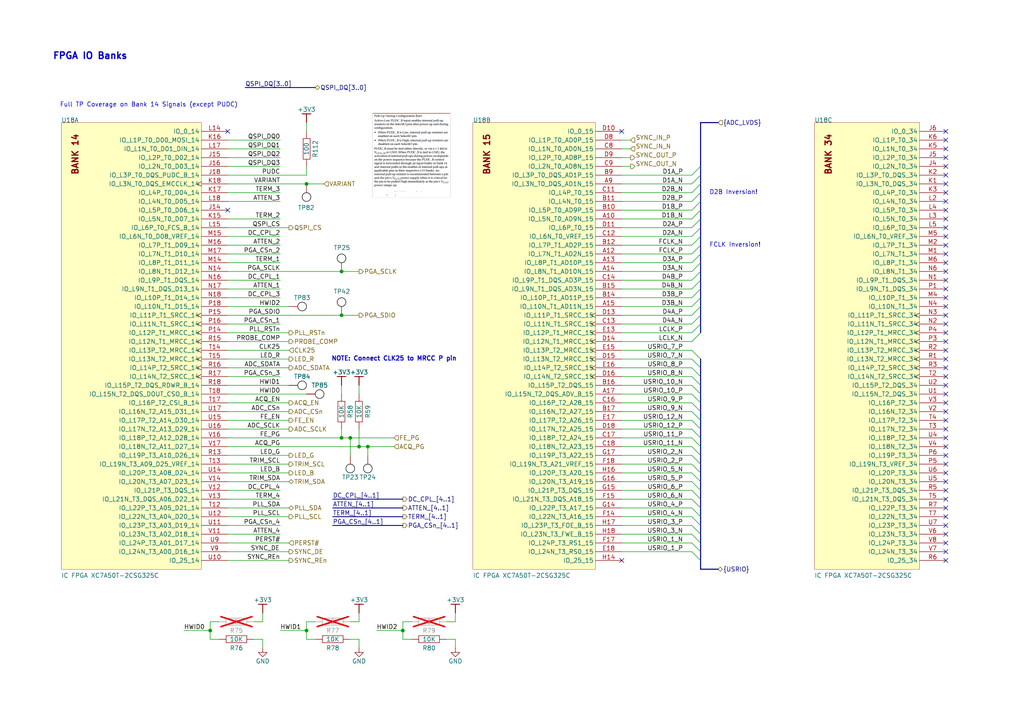
<source format=kicad_sch>
(kicad_sch (version 20250114) (generator "eeschema") (generator_version "9.0")
  (paper "A4")
  (title_block (title "ThunderScope") (rev "5") (company "EEVengers") (comment 1 "Aleksa Bjelogrlic"))
  (text "FCLK Inversion!" (at 205.74 71.12 0) (effects (font (size 1.27 1.27)) (justify left)))
  (text "FPGA IO Banks" (at 15.24 15.24 0) (effects (font (size 1.905 1.905) (thickness 0.381) (bold yes)) (justify left top)))
  (text "NOTE: Connect CLK25 to MRCC P pin" (at 114.3 104.14 0) (effects (font (size 1.27 1.27) (thickness 0.254) (bold yes))))
  (text "D2B Inversion!" (at 205.74 55.88 0) (effects (font (size 1.27 1.27)) (justify left)))
  (text "Full TP Coverage on Bank 14 Signals (except PUDC)" (at 43.18 30.48 0) (effects (font (size 1.27 1.27))))
  (junction (at 99.06 91.44))
  (junction (at 99.06 78.74))
  (junction (at 99.06 127))
  (junction (at 106.68 129.54))
  (junction (at 88.9 53.34))
  (junction (at 104.14 129.54))
  (junction (at 60.96 182.88))
  (junction (at 88.9 182.88))
  (junction (at 116.84 182.88))
  (junction (at 101.6 127))
  (no_connect (at 274.32 63.5))
  (no_connect (at 274.32 109.22))
  (no_connect (at 274.32 104.14))
  (no_connect (at 274.32 91.44))
  (no_connect (at 274.32 76.2))
  (no_connect (at 274.32 132.08))
  (no_connect (at 274.32 127))
  (no_connect (at 274.32 68.58))
  (no_connect (at 274.32 88.9))
  (no_connect (at 274.32 157.48))
  (no_connect (at 274.32 116.84))
  (no_connect (at 274.32 139.7))
  (no_connect (at 274.32 73.66))
  (no_connect (at 274.32 58.42))
  (no_connect (at 274.32 81.28))
  (no_connect (at 274.32 86.36))
  (no_connect (at 274.32 66.04))
  (no_connect (at 274.32 99.06))
  (no_connect (at 274.32 142.24))
  (no_connect (at 274.32 71.12))
  (no_connect (at 274.32 101.6))
  (no_connect (at 274.32 45.72))
  (no_connect (at 274.32 124.46))
  (no_connect (at 274.32 154.94))
  (no_connect (at 274.32 96.52))
  (no_connect (at 274.32 111.76))
  (no_connect (at 274.32 78.74))
  (no_connect (at 274.32 48.26))
  (no_connect (at 274.32 119.38))
  (no_connect (at 180.34 162.56))
  (no_connect (at 180.34 38.1))
  (no_connect (at 274.32 53.34))
  (no_connect (at 274.32 55.88))
  (no_connect (at 274.32 149.86))
  (no_connect (at 274.32 134.62))
  (no_connect (at 274.32 40.64))
  (no_connect (at 274.32 93.98))
  (no_connect (at 274.32 106.68))
  (no_connect (at 274.32 60.96))
  (no_connect (at 66.04 38.1))
  (no_connect (at 274.32 83.82))
  (no_connect (at 274.32 50.8))
  (no_connect (at 274.32 144.78))
  (no_connect (at 66.04 60.96))
  (no_connect (at 274.32 43.18))
  (no_connect (at 274.32 121.92))
  (no_connect (at 274.32 137.16))
  (no_connect (at 274.32 38.1))
  (no_connect (at 274.32 160.02))
  (no_connect (at 274.32 152.4))
  (no_connect (at 274.32 114.3))
  (no_connect (at 274.32 162.56))
  (no_connect (at 274.32 147.32))
  (no_connect (at 274.32 129.54))
  (bus_entry (at 200.66 132.08) (size 2.54 2.54))
  (bus_entry (at 200.66 134.62) (size 2.54 2.54))
  (bus_entry (at 200.66 154.94) (size 2.54 2.54))
  (bus_entry (at 200.66 137.16) (size 2.54 2.54))
  (bus_entry (at 200.66 71.12) (size 2.54 -2.54))
  (bus_entry (at 200.66 53.34) (size 2.54 -2.54))
  (bus_entry (at 200.66 68.58) (size 2.54 -2.54))
  (bus_entry (at 200.66 142.24) (size 2.54 2.54))
  (bus_entry (at 200.66 58.42) (size 2.54 -2.54))
  (bus_entry (at 200.66 160.02) (size 2.54 2.54))
  (bus_entry (at 200.66 139.7) (size 2.54 2.54))
  (bus_entry (at 200.66 111.76) (size 2.54 2.54))
  (bus_entry (at 200.66 73.66) (size 2.54 -2.54))
  (bus_entry (at 200.66 66.04) (size 2.54 -2.54))
  (bus_entry (at 200.66 93.98) (size 2.54 -2.54))
  (bus_entry (at 200.66 50.8) (size 2.54 -2.54))
  (bus_entry (at 200.66 124.46) (size 2.54 2.54))
  (bus_entry (at 200.66 76.2) (size 2.54 -2.54))
  (bus_entry (at 200.66 109.22) (size 2.54 2.54))
  (bus_entry (at 200.66 149.86) (size 2.54 2.54))
  (bus_entry (at 200.66 147.32) (size 2.54 2.54))
  (bus_entry (at 200.66 104.14) (size 2.54 2.54))
  (bus_entry (at 200.66 157.48) (size 2.54 2.54))
  (bus_entry (at 200.66 63.5) (size 2.54 -2.54))
  (bus_entry (at 200.66 86.36) (size 2.54 -2.54))
  (bus_entry (at 200.66 144.78) (size 2.54 2.54))
  (bus_entry (at 200.66 121.92) (size 2.54 2.54))
  (bus_entry (at 200.66 83.82) (size 2.54 -2.54))
  (bus_entry (at 200.66 127) (size 2.54 2.54))
  (bus_entry (at 200.66 114.3) (size 2.54 2.54))
  (bus_entry (at 200.66 106.68) (size 2.54 2.54))
  (bus_entry (at 200.66 88.9) (size 2.54 -2.54))
  (bus_entry (at 200.66 99.06) (size 2.54 -2.54))
  (bus_entry (at 200.66 119.38) (size 2.54 2.54))
  (bus_entry (at 200.66 116.84) (size 2.54 2.54))
  (bus_entry (at 200.66 101.6) (size 2.54 2.54))
  (bus_entry (at 200.66 78.74) (size 2.54 -2.54))
  (bus_entry (at 200.66 96.52) (size 2.54 -2.54))
  (bus_entry (at 200.66 55.88) (size 2.54 -2.54))
  (bus_entry (at 200.66 129.54) (size 2.54 2.54))
  (bus_entry (at 200.66 81.28) (size 2.54 -2.54))
  (bus_entry (at 200.66 91.44) (size 2.54 -2.54))
  (bus_entry (at 200.66 152.4) (size 2.54 2.54))
  (bus_entry (at 200.66 60.96) (size 2.54 -2.54))
  (bus (pts (xy 203.2 114.3) (xy 203.2 111.76)))
  (bus (pts (xy 203.2 121.92) (xy 203.2 119.38)))
  (bus (pts (xy 203.2 132.08) (xy 203.2 129.54)))
  (bus (pts (xy 203.2 162.56) (xy 203.2 160.02)))
  (wire (pts (xy 66.04 111.76) (xy 83.82 111.76)))
  (wire (pts (xy 66.04 124.46) (xy 83.82 124.46)))
  (wire (pts (xy 180.34 134.62) (xy 200.66 134.62)))
  (wire (pts (xy 66.04 127) (xy 99.06 127)))
  (bus (pts (xy 203.2 134.62) (xy 203.2 132.08)))
  (wire (pts (xy 180.34 142.24) (xy 200.66 142.24)))
  (bus (pts (xy 203.2 60.96) (xy 203.2 63.5)))
  (bus (pts (xy 203.2 142.24) (xy 203.2 139.7)))
  (wire (pts (xy 66.04 116.84) (xy 83.82 116.84)))
  (wire (pts (xy 180.34 132.08) (xy 200.66 132.08)))
  (wire (pts (xy 104.14 129.54) (xy 106.68 129.54)))
  (wire (pts (xy 60.96 180.34) (xy 60.96 182.88)))
  (wire (pts (xy 180.34 91.44) (xy 200.66 91.44)))
  (wire (pts (xy 119.38 180.34) (xy 116.84 180.34)))
  (wire (pts (xy 180.34 81.28) (xy 200.66 81.28)))
  (wire (pts (xy 66.04 137.16) (xy 83.82 137.16)))
  (wire (pts (xy 101.6 180.34) (xy 104.14 180.34)))
  (bus (pts (xy 203.2 116.84) (xy 203.2 114.3)))
  (wire (pts (xy 180.34 73.66) (xy 200.66 73.66)))
  (wire (pts (xy 101.6 127) (xy 101.6 132.08)))
  (wire (pts (xy 180.34 76.2) (xy 200.66 76.2)))
  (wire (pts (xy 66.04 58.42) (xy 81.28 58.42)))
  (wire (pts (xy 106.68 129.54) (xy 114.3 129.54)))
  (bus (pts (xy 116.84 144.78) (xy 96.52 144.78)) (stroke (width 0.254)))
  (bus (pts (xy 203.2 96.52) (xy 203.2 93.98)))
  (wire (pts (xy 88.9 182.88) (xy 88.9 185.42)))
  (wire (pts (xy 99.06 124.46) (xy 99.06 127)))
  (wire (pts (xy 109.22 182.88) (xy 116.84 182.88)))
  (wire (pts (xy 99.06 111.76) (xy 99.06 114.3)))
  (wire (pts (xy 180.34 154.94) (xy 200.66 154.94)))
  (bus (pts (xy 203.2 147.32) (xy 203.2 144.78)))
  (wire (pts (xy 180.34 99.06) (xy 200.66 99.06)))
  (bus (pts (xy 203.2 76.2) (xy 203.2 78.74)))
  (wire (pts (xy 116.84 180.34) (xy 116.84 182.88)))
  (wire (pts (xy 66.04 96.52) (xy 83.82 96.52)))
  (bus (pts (xy 203.2 58.42) (xy 203.2 60.96)))
  (wire (pts (xy 66.04 81.28) (xy 81.28 81.28)))
  (wire (pts (xy 66.04 129.54) (xy 104.14 129.54)))
  (wire (pts (xy 99.06 78.74) (xy 104.14 78.74)))
  (wire (pts (xy 66.04 121.92) (xy 83.82 121.92)))
  (bus (pts (xy 203.2 160.02) (xy 203.2 157.48)))
  (wire (pts (xy 66.04 63.5) (xy 81.28 63.5)))
  (wire (pts (xy 60.96 185.42) (xy 63.5 185.42)))
  (wire (pts (xy 66.04 71.12) (xy 81.28 71.12)))
  (wire (pts (xy 66.04 88.9) (xy 83.82 88.9)))
  (bus (pts (xy 203.2 86.36) (xy 203.2 88.9)))
  (bus (pts (xy 203.2 157.48) (xy 203.2 154.94)))
  (bus (pts (xy 203.2 48.26) (xy 203.2 50.8)))
  (wire (pts (xy 66.04 147.32) (xy 83.82 147.32)))
  (bus (pts (xy 203.2 78.74) (xy 203.2 81.28)))
  (wire (pts (xy 88.9 35.56) (xy 88.9 38.1)))
  (wire (pts (xy 132.08 177.8) (xy 132.08 180.34)))
  (wire (pts (xy 180.34 144.78) (xy 200.66 144.78)))
  (wire (pts (xy 116.84 185.42) (xy 119.38 185.42)))
  (wire (pts (xy 66.04 104.14) (xy 83.82 104.14)))
  (wire (pts (xy 180.34 139.7) (xy 200.66 139.7)))
  (wire (pts (xy 88.9 53.34) (xy 93.98 53.34)))
  (bus (pts (xy 203.2 127) (xy 203.2 124.46)))
  (wire (pts (xy 104.14 177.8) (xy 104.14 180.34)))
  (wire (pts (xy 60.96 182.88) (xy 60.96 185.42)))
  (bus (pts (xy 203.2 106.68) (xy 203.2 104.14)))
  (wire (pts (xy 132.08 185.42) (xy 132.08 187.96)))
  (wire (pts (xy 66.04 119.38) (xy 83.82 119.38)))
  (wire (pts (xy 180.34 160.02) (xy 200.66 160.02)))
  (bus (pts (xy 203.2 139.7) (xy 203.2 137.16)))
  (wire (pts (xy 180.34 147.32) (xy 200.66 147.32)))
  (wire (pts (xy 180.34 86.36) (xy 200.66 86.36)))
  (bus (pts (xy 203.2 68.58) (xy 203.2 71.12)))
  (bus (pts (xy 203.2 137.16) (xy 203.2 134.62)))
  (wire (pts (xy 180.34 116.84) (xy 200.66 116.84)))
  (wire (pts (xy 53.34 182.88) (xy 60.96 182.88)))
  (bus (pts (xy 116.84 152.4) (xy 96.52 152.4)) (stroke (width 0.254)))
  (wire (pts (xy 66.04 50.8) (xy 88.9 50.8)))
  (bus (pts (xy 203.2 154.94) (xy 203.2 152.4)))
  (wire (pts (xy 66.04 154.94) (xy 81.28 154.94)))
  (wire (pts (xy 66.04 134.62) (xy 83.82 134.62)))
  (wire (pts (xy 180.34 121.92) (xy 200.66 121.92)))
  (wire (pts (xy 180.34 88.9) (xy 200.66 88.9)))
  (wire (pts (xy 99.06 91.44) (xy 104.14 91.44)))
  (wire (pts (xy 180.34 40.64) (xy 182.88 40.64)))
  (wire (pts (xy 129.54 180.34) (xy 132.08 180.34)))
  (wire (pts (xy 66.04 55.88) (xy 81.28 55.88)))
  (wire (pts (xy 99.06 127) (xy 101.6 127)))
  (wire (pts (xy 91.44 180.34) (xy 88.9 180.34)))
  (bus (pts (xy 203.2 149.86) (xy 203.2 147.32)))
  (wire (pts (xy 180.34 50.8) (xy 200.66 50.8)))
  (wire (pts (xy 104.14 124.46) (xy 104.14 129.54)))
  (wire (pts (xy 180.34 106.68) (xy 200.66 106.68)))
  (wire (pts (xy 104.14 185.42) (xy 104.14 187.96)))
  (wire (pts (xy 180.34 93.98) (xy 200.66 93.98)))
  (bus (pts (xy 203.2 119.38) (xy 203.2 116.84)))
  (wire (pts (xy 66.04 109.22) (xy 81.28 109.22)))
  (wire (pts (xy 73.66 180.34) (xy 76.2 180.34)))
  (bus (pts (xy 203.2 165.1) (xy 208.28 165.1)))
  (wire (pts (xy 180.34 71.12) (xy 200.66 71.12)))
  (wire (pts (xy 66.04 66.04) (xy 83.82 66.04)))
  (wire (pts (xy 66.04 93.98) (xy 81.28 93.98)))
  (wire (pts (xy 106.68 129.54) (xy 106.68 132.08)))
  (wire (pts (xy 66.04 101.6) (xy 83.82 101.6)))
  (wire (pts (xy 180.34 111.76) (xy 200.66 111.76)))
  (wire (pts (xy 66.04 53.34) (xy 88.9 53.34)))
  (bus (pts (xy 203.2 73.66) (xy 203.2 76.2)))
  (wire (pts (xy 180.34 53.34) (xy 200.66 53.34)))
  (wire (pts (xy 180.34 96.52) (xy 200.66 96.52)))
  (wire (pts (xy 180.34 157.48) (xy 200.66 157.48)))
  (bus (pts (xy 203.2 35.56) (xy 208.28 35.56)))
  (wire (pts (xy 180.34 152.4) (xy 200.66 152.4)))
  (bus (pts (xy 203.2 111.76) (xy 203.2 109.22)))
  (bus (pts (xy 203.2 129.54) (xy 203.2 127)))
  (wire (pts (xy 180.34 137.16) (xy 200.66 137.16)))
  (wire (pts (xy 116.84 182.88) (xy 116.84 185.42)))
  (wire (pts (xy 180.34 83.82) (xy 200.66 83.82)))
  (wire (pts (xy 66.04 144.78) (xy 81.28 144.78)))
  (wire (pts (xy 66.04 48.26) (xy 81.28 48.26)))
  (wire (pts (xy 66.04 83.82) (xy 81.28 83.82)))
  (wire (pts (xy 66.04 76.2) (xy 81.28 76.2)))
  (wire (pts (xy 88.9 180.34) (xy 88.9 182.88)))
  (wire (pts (xy 66.04 160.02) (xy 83.82 160.02)))
  (wire (pts (xy 180.34 109.22) (xy 200.66 109.22)))
  (bus (pts (xy 203.2 165.1) (xy 203.2 162.56)))
  (wire (pts (xy 66.04 157.48) (xy 83.82 157.48)))
  (bus (pts (xy 203.2 53.34) (xy 203.2 55.88)))
  (wire (pts (xy 180.34 60.96) (xy 200.66 60.96)))
  (wire (pts (xy 180.34 68.58) (xy 200.66 68.58)))
  (bus (pts (xy 203.2 81.28) (xy 203.2 83.82)))
  (wire (pts (xy 101.6 127) (xy 114.3 127)))
  (bus (pts (xy 203.2 63.5) (xy 203.2 66.04)))
  (wire (pts (xy 180.34 149.86) (xy 200.66 149.86)))
  (wire (pts (xy 180.34 66.04) (xy 200.66 66.04)))
  (wire (pts (xy 66.04 78.74) (xy 99.06 78.74)))
  (bus (pts (xy 203.2 83.82) (xy 203.2 86.36)))
  (bus (pts (xy 203.2 66.04) (xy 203.2 68.58)))
  (wire (pts (xy 66.04 149.86) (xy 83.82 149.86)))
  (bus (pts (xy 203.2 109.22) (xy 203.2 106.68)))
  (wire (pts (xy 66.04 142.24) (xy 81.28 142.24)))
  (wire (pts (xy 66.04 114.3) (xy 88.9 114.3)))
  (wire (pts (xy 101.6 185.42) (xy 104.14 185.42)))
  (bus (pts (xy 203.2 91.44) (xy 203.2 93.98)))
  (wire (pts (xy 180.34 43.18) (xy 182.88 43.18)))
  (bus (pts (xy 203.2 144.78) (xy 203.2 142.24)))
  (wire (pts (xy 180.34 104.14) (xy 200.66 104.14)))
  (wire (pts (xy 180.34 119.38) (xy 200.66 119.38)))
  (wire (pts (xy 66.04 152.4) (xy 81.28 152.4)))
  (bus (pts (xy 203.2 88.9) (xy 203.2 91.44)))
  (wire (pts (xy 66.04 139.7) (xy 83.82 139.7)))
  (bus (pts (xy 203.2 35.56) (xy 203.2 48.26)))
  (bus (pts (xy 116.84 149.86) (xy 96.52 149.86)) (stroke (width 0.254)))
  (bus (pts (xy 203.2 55.88) (xy 203.2 58.42)))
  (wire (pts (xy 66.04 45.72) (xy 81.28 45.72)))
  (wire (pts (xy 129.54 185.42) (xy 132.08 185.42)))
  (bus (pts (xy 91.44 25.4) (xy 71.12 25.4)) (stroke (width 0.254)))
  (wire (pts (xy 180.34 124.46) (xy 200.66 124.46)))
  (wire (pts (xy 180.34 48.26) (xy 182.88 48.26)))
  (wire (pts (xy 76.2 185.42) (xy 76.2 187.96)))
  (bus (pts (xy 203.2 152.4) (xy 203.2 149.86)))
  (wire (pts (xy 180.34 55.88) (xy 200.66 55.88)))
  (bus (pts (xy 203.2 124.46) (xy 203.2 121.92)))
  (wire (pts (xy 66.04 106.68) (xy 83.82 106.68)))
  (bus (pts (xy 203.2 71.12) (xy 203.2 73.66)))
  (wire (pts (xy 180.34 101.6) (xy 200.66 101.6)))
  (wire (pts (xy 66.04 86.36) (xy 81.28 86.36)))
  (wire (pts (xy 88.9 185.42) (xy 91.44 185.42)))
  (wire (pts (xy 88.9 48.26) (xy 88.9 50.8)))
  (wire (pts (xy 63.5 180.34) (xy 60.96 180.34)))
  (wire (pts (xy 180.34 78.74) (xy 200.66 78.74)))
  (wire (pts (xy 81.28 182.88) (xy 88.9 182.88)))
  (wire (pts (xy 66.04 132.08) (xy 83.82 132.08)))
  (wire (pts (xy 66.04 40.64) (xy 81.28 40.64)))
  (wire (pts (xy 104.14 111.76) (xy 104.14 114.3)))
  (wire (pts (xy 66.04 91.44) (xy 99.06 91.44)))
  (wire (pts (xy 73.66 185.42) (xy 76.2 185.42)))
  (wire (pts (xy 180.34 58.42) (xy 200.66 58.42)))
  (wire (pts (xy 180.34 63.5) (xy 200.66 63.5)))
  (wire (pts (xy 66.04 162.56) (xy 83.82 162.56)))
  (wire (pts (xy 66.04 99.06) (xy 83.82 99.06)))
  (wire (pts (xy 66.04 73.66) (xy 81.28 73.66)))
  (wire (pts (xy 180.34 45.72) (xy 182.88 45.72)))
  (wire (pts (xy 76.2 177.8) (xy 76.2 180.34)))
  (bus (pts (xy 116.84 147.32) (xy 96.52 147.32)) (stroke (width 0.254)))
  (wire (pts (xy 66.04 68.58) (xy 81.28 68.58)))
  (bus (pts (xy 203.2 50.8) (xy 203.2 53.34)))
  (wire (pts (xy 180.34 127) (xy 200.66 127)))
  (wire (pts (xy 66.04 43.18) (xy 81.28 43.18)))
  (wire (pts (xy 180.34 129.54) (xy 200.66 129.54)))
  (wire (pts (xy 180.34 114.3) (xy 200.66 114.3)))
  (image (at 119.38 45.0157) (scale 0.204637))
  (label "D3B_P" (at 198.12 86.36 180))
  (label "HWID2" (at 81.28 88.9 180) (effects (font (thickness 0.1588))))
  (label "USRIO_4_N" (at 198.12 149.86 180))
  (label "ADC_SCLK" (at 81.28 124.46 180))
  (label "ATTEN_2" (at 81.28 71.12 180))
  (label "PLL_RSTn" (at 81.28 96.52 180))
  (label "PUDC" (at 81.28 50.8 180))
  (label "TRIM_SDA" (at 81.28 139.7 180))
  (label "QSPI_CS" (at 81.28 66.04 180))
  (label "USRIO_8_N" (at 198.12 109.22 180))
  (label "DC_CPL_4" (at 81.28 142.24 180))
  (label "CLK25" (at 81.28 101.6 180))
  (label "HWID1" (at 81.28 182.88 0) (effects (font (thickness 0.1588))))
  (label "ATTEN_[4..1]" (at 96.52 147.32 0))
  (label "D4A_P" (at 198.12 91.44 180))
  (label "PGA_CSn_1" (at 81.28 93.98 180))
  (label "PGA_CSn_4" (at 81.28 152.4 180))
  (label "USRIO_2_N" (at 198.12 132.08 180))
  (label "USRIO_10_N" (at 198.12 111.76 180))
  (label "FE_EN" (at 81.28 121.92 180))
  (label "D3B_N" (at 198.12 88.9 180))
  (label "TERM_3" (at 81.28 55.88 180))
  (label "TERM_[4..1]" (at 96.52 149.86 0))
  (label "FCLK_N" (at 198.12 71.12 180))
  (label "PGA_CSn_2" (at 81.28 73.66 180))
  (label "USRIO_6_P" (at 198.12 142.24 180))
  (label "QSPI_DQ0" (at 81.28 40.64 180))
  (label "ACQ_EN" (at 81.28 116.84 180))
  (label "HWID2" (at 109.22 182.88 0) (effects (font (thickness 0.1588))))
  (label "LCLK_P" (at 198.12 96.52 180))
  (label "ATTEN_1" (at 81.28 83.82 180))
  (label "PGA_CSn_3" (at 81.28 109.22 180))
  (label "D3A_N" (at 198.12 78.74 180))
  (label "SYNC_DE" (at 81.1661 160.02 180))
  (label "HWID0" (at 53.34 182.88 0) (effects (font (thickness 0.1588))))
  (label "ADC_CSn" (at 81.28 119.38 180))
  (label "DC_CPL_3" (at 81.28 86.36 180))
  (label "LED_G" (at 81.28 132.08 180))
  (label "TERM_2" (at 81.28 63.5 180))
  (label "FE_PG" (at 81.28 127 180))
  (label "USRIO_3_P" (at 198.12 152.4 180))
  (label "PGA_SDIO" (at 81.28 91.44 180))
  (label "D3A_P" (at 198.12 76.2 180))
  (label "SYNC_REn" (at 81.2682 162.56 180))
  (label "DC_CPL_[4..1]" (at 96.52 144.78 0))
  (label "LED_B" (at 81.28 137.16 180))
  (label "PGA_CSn_[4..1]" (at 96.52 152.4 0))
  (label "USRIO_3_N" (at 198.12 154.94 180))
  (label "D1A_P" (at 198.1475 50.8 180))
  (label "USRIO_12_P" (at 198.12 124.46 180))
  (label "PLL_SCL" (at 81.28 149.86 180))
  (label "PROBE_COMP" (at 81.28 99.06 180))
  (label "PERST#" (at 81.28 157.48 180))
  (label "D1B_P" (at 198.12 60.96 180))
  (label "QSPI_DQ1" (at 81.28 43.18 180))
  (label "DC_CPL_1" (at 81.28 81.28 180))
  (label "D1A_N" (at 198.12 53.34 180))
  (label "VARIANT" (at 81.28 53.34 180))
  (label "ACQ_PG" (at 81.28 129.54 180))
  (label "USRIO_1_N" (at 198.12 157.48 180))
  (label "USRIO_2_P" (at 198.12 134.62 180))
  (label "ADC_SDATA" (at 81.28 106.68 180))
  (label "USRIO_4_P" (at 198.12 147.32 180))
  (label "TRIM_SCL" (at 81.28 134.62 180))
  (label "USRIO_6_N" (at 198.12 144.78 180))
  (label "USRIO_7_P" (at 198.12 101.6 180))
  (label "D4A_N" (at 198.12 93.98 180))
  (label "D2A_N" (at 198.12 68.58 180))
  (label "PLL_SDA" (at 81.28 147.32 180))
  (label "TERM_4" (at 81.28 144.78 180))
  (label "FCLK_P" (at 198.12 73.66 180))
  (label "USRIO_11_P" (at 198.12 127 180))
  (label "USRIO_5_P" (at 198.12 139.7 180))
  (label "HWID1" (at 81.28 111.76 180) (effects (font (thickness 0.1588))))
  (label "TERM_1" (at 81.28 76.2 180))
  (label "DC_CPL_2" (at 81.28 68.58 180))
  (label "USRIO_7_N" (at 198.12 104.14 180))
  (label "PGA_SCLK" (at 81.28 78.74 180))
  (label "LCLK_N" (at 198.12 99.06 180))
  (label "D4B_N" (at 198.12 83.82 180))
  (label "D4B_P" (at 198.12 81.28 180))
  (label "USRIO_1_P" (at 198.12 160.02 180))
  (label "USRIO_11_N" (at 198.12 129.54 180))
  (label "USRIO_9_P" (at 198.12 116.84 180))
  (label "HWID0" (at 81.28 114.3 180) (effects (font (thickness 0.1588))))
  (label "ATTEN_4" (at 81.28 154.94 180))
  (label "D2B_N" (at 198.12 55.88 180))
  (label "ATTEN_3" (at 81.28 58.42 180))
  (label "D2B_P" (at 198.12 58.42 180))
  (label "QSPI_DQ[3..0]" (at 71.12 25.4 0))
  (label "QSPI_DQ2" (at 81.28 45.72 180))
  (label "USRIO_10_P" (at 198.12 114.3 180))
  (label "D2A_P" (at 198.12 66.04 180))
  (label "QSPI_DQ3" (at 81.28 48.26 180))
  (label "USRIO_5_N" (at 198.12 137.16 180))
  (label "LED_R" (at 81.28 104.14 180))
  (label "USRIO_8_P" (at 198.12 106.68 180))
  (label "USRIO_12_N" (at 198.12 121.92 180))
  (label "D1B_N" (at 198.12 63.5 180))
  (label "USRIO_9_N" (at 198.12 119.38 180))
  (hierarchical_label "LED_R" (shape output) (at 83.82 104.14 0))
  (hierarchical_label "PERST#" (shape input) (at 83.82 157.48 0))
  (hierarchical_label "QSPI_CS" (shape output) (at 83.82 66.04 0))
  (hierarchical_label "ACQ_PG" (shape input) (at 114.3 129.54 0))
  (hierarchical_label "ACQ_EN" (shape output) (at 83.82 116.84 0))
  (hierarchical_label "TRIM_SCL" (shape output) (at 83.82 134.62 0))
  (hierarchical_label "PROBE_COMP" (shape output) (at 83.82 99.06 0))
  (hierarchical_label "{USRIO}" (shape bidirectional) (at 208.28 165.1 0))
  (hierarchical_label "SYNC_IN_P" (shape input) (at 182.88 40.64 0))
  (hierarchical_label "SYNC_OUT_N" (shape output) (at 182.88 48.26 0))
  (hierarchical_label "VARIANT" (shape input) (at 93.98 53.34 0))
  (hierarchical_label "ADC_CSn" (shape output) (at 83.82 119.38 0))
  (hierarchical_label "SYNC_IN_N" (shape input) (at 182.88 43.18 0))
  (hierarchical_label "PGA_SCLK" (shape output) (at 104.14 78.74 0))
  (hierarchical_label "PLL_RSTn" (shape output) (at 83.82 96.52 0))
  (hierarchical_label "LED_G" (shape output) (at 83.82 132.08 0))
  (hierarchical_label "SYNC_REn" (shape output) (at 83.82 162.56 0))
  (hierarchical_label "ADC_SDATA" (shape output) (at 83.82 106.68 0))
  (hierarchical_label "FE_PG" (shape input) (at 114.3 127 0))
  (hierarchical_label "SYNC_DE" (shape output) (at 83.82 160.02 0))
  (hierarchical_label "SYNC_OUT_P" (shape output) (at 182.88 45.72 0))
  (hierarchical_label "ADC_SCLK" (shape output) (at 83.82 124.46 0))
  (hierarchical_label "QSPI_DQ[3..0]" (shape bidirectional) (at 91.44 25.4 0))
  (hierarchical_label "FE_EN" (shape output) (at 83.82 121.92 0))
  (hierarchical_label "PLL_SDA" (shape bidirectional) (at 83.82 147.32 0))
  (hierarchical_label "TRIM_SDA" (shape bidirectional) (at 83.82 139.7 0))
  (hierarchical_label "LED_B" (shape output) (at 83.82 137.16 0))
  (hierarchical_label "ATTEN_[4..1]" (shape output) (at 116.84 147.32 0))
  (hierarchical_label "TERM_[4..1]" (shape output) (at 116.84 149.86 0))
  (hierarchical_label "PGA_SDIO" (shape output) (at 104.14 91.44 0))
  (hierarchical_label "CLK25" (shape input) (at 83.82 101.6 0))
  (hierarchical_label "PLL_SCL" (shape output) (at 83.82 149.86 0))
  (hierarchical_label "DC_CPL_[4..1]" (shape output) (at 116.84 144.78 0))
  (hierarchical_label "{ADC_LVDS}" (shape input) (at 208.28 35.56 0))
  (hierarchical_label "PGA_CSn_[4..1]" (shape output) (at 116.84 152.4 0))
  (symbol (lib_id "Thunderscope_Rev5:TP PCB 1mm") (at 101.6 132.08 270) (unit 1) (in_bom no)
    (property "Reference" "TP23" (at 101.6 138.43 90))
    (property "Value" "PCB" (effects (hide yes)))
    (property "Footprint" "Thunderscope_Rev5:GEN_TP_PCB" (effects (hide yes)))
  )
  (symbol (lib_id "Thunderscope_Rev5:RES 10K OHM 1% 1/10W 0402") (at 96.52 180.34 0) (unit 1) (dnp yes)
    (property "Reference" "R77" (at 96.52 182.88 0))
    (property "Value" "10K" (at 96.52 180.34 0))
    (property "Footprint" "Thunderscope_Rev5:GEN_R_0402" (effects (hide yes)))
    (property "TOLERANCE" "1%" (effects (hide yes)))
    (property "PACKAGE" "0402" (effects (hide yes)))
    (property "SUPPLIER 1" "Mouser" (effects (hide yes)))
    (property "SUPPLIER PART NUMBER 1" "667-ERJ-2RKF1002X" (effects (hide yes)))
    (property "MANUFACTURER" "Panasonic" (effects (hide yes)))
    (property "MANUFACTURER PART NUMBER" "ERJ-2RKF1002X" (effects (hide yes)))
  )
  (symbol (lib_id "Thunderscope_Rev5:RES 10K OHM 1% 1/10W 0402") (at 124.46 180.34 0) (unit 1) (dnp yes)
    (property "Reference" "R79" (at 124.46 182.88 0))
    (property "Value" "10K" (at 124.46 180.34 0))
    (property "Footprint" "Thunderscope_Rev5:GEN_R_0402" (effects (hide yes)))
    (property "TOLERANCE" "1%" (effects (hide yes)))
    (property "PACKAGE" "0402" (effects (hide yes)))
    (property "SUPPLIER 1" "Mouser" (effects (hide yes)))
    (property "SUPPLIER PART NUMBER 1" "667-ERJ-2RKF1002X" (effects (hide yes)))
    (property "MANUFACTURER" "Panasonic" (effects (hide yes)))
    (property "MANUFACTURER PART NUMBER" "ERJ-2RKF1002X" (effects (hide yes)))
  )
  (symbol (lib_id "Thunderscope_Rev5:IC FPGA XC7A50T-2CSG325C") (at 137.16 35.56 0) (mirror y) (unit 2)
    (property "Reference" "U18" (at 137.16 35.56 0) (effects (justify right bottom)))
    (property "Value" "IC FPGA XC7A50T-2CSG325C" (at 137.16 167.64 0) (effects (justify right bottom)))
    (property "Footprint" "Thunderscope_Rev5:XILINX_XC7A50T-2CSG325C" (effects (hide yes)))
    (property "Description" "Artix-7 FPGA, 150 User I/Os, 4 GTP, 324-Ball BGA, Speed Grade 2, Commercial Grade, Pb-Free" (effects (hide yes)))
    (property "MANUFACTURER" "Xilinx" (effects (hide yes)))
    (property "HOUSE PART NUMBER" "XC7A50T-2CSG325C" (effects (hide yes)))
    (property "MANUFACTURER PART NUMBER" "XC7A50T-2CSG325C" (effects (hide yes)))
    (property "SUPPLIER 1" "Digi-Key" (effects (hide yes)))
    (property "SUPPLIER PART NUMBER 1" "122-2193-ND" (effects (hide yes)))
  )
  (symbol (lib_id "Thunderscope_Rev5:+3V3_IO_BAR") (at 132.08 177.8 180) (unit 1)
    (property "Reference" "#PWR0371" (effects (hide yes)))
    (property "Value" "+3V3" (at 132.08 173.99 0))
    (property "Description" "Power symbol creates a global label with name '+3V3_IO'" (effects (hide yes)))
  )
  (symbol (lib_id "Thunderscope_Rev5:IC FPGA XC7A50T-2CSG325C") (at 17.78 35.56 0) (mirror y) (unit 1)
    (property "Reference" "U18" (at 17.78 35.56 0) (effects (justify right bottom)))
    (property "Value" "IC FPGA XC7A50T-2CSG325C" (at 17.78 167.64 0) (effects (justify right bottom)))
    (property "Footprint" "Thunderscope_Rev5:XILINX_XC7A50T-2CSG325C" (effects (hide yes)))
    (property "Description" "Artix-7 FPGA, 150 User I/Os, 4 GTP, 324-Ball BGA, Speed Grade 2, Commercial Grade, Pb-Free" (effects (hide yes)))
    (property "MANUFACTURER" "Xilinx" (effects (hide yes)))
    (property "HOUSE PART NUMBER" "XC7A50T-2CSG325C" (effects (hide yes)))
    (property "MANUFACTURER PART NUMBER" "XC7A50T-2CSG325C" (effects (hide yes)))
    (property "SUPPLIER 1" "Digi-Key" (effects (hide yes)))
    (property "SUPPLIER PART NUMBER 1" "122-2193-ND" (effects (hide yes)))
  )
  (symbol (lib_id "Thunderscope_Rev5:RES 10K OHM 1% 1/10W 0402") (at 96.52 185.42 0) (unit 1)
    (property "Reference" "R78" (at 96.52 187.96 0))
    (property "Value" "10K" (at 96.52 185.42 0))
    (property "Footprint" "Thunderscope_Rev5:GEN_R_0402" (effects (hide yes)))
    (property "TOLERANCE" "1%" (effects (hide yes)))
    (property "PACKAGE" "0402" (effects (hide yes)))
    (property "SUPPLIER 1" "Mouser" (effects (hide yes)))
    (property "SUPPLIER PART NUMBER 1" "667-ERJ-2RKF1002X" (effects (hide yes)))
    (property "MANUFACTURER" "Panasonic" (effects (hide yes)))
    (property "MANUFACTURER PART NUMBER" "ERJ-2RKF1002X" (effects (hide yes)))
  )
  (symbol (lib_id "Thunderscope_Rev5:RES 10K OHM 1% 1/10W 0402") (at 124.46 185.42 0) (unit 1)
    (property "Reference" "R80" (at 124.46 187.96 0))
    (property "Value" "10K" (at 124.46 185.42 0))
    (property "Footprint" "Thunderscope_Rev5:GEN_R_0402" (effects (hide yes)))
    (property "TOLERANCE" "1%" (effects (hide yes)))
    (property "PACKAGE" "0402" (effects (hide yes)))
    (property "SUPPLIER 1" "Mouser" (effects (hide yes)))
    (property "SUPPLIER PART NUMBER 1" "667-ERJ-2RKF1002X" (effects (hide yes)))
    (property "MANUFACTURER" "Panasonic" (effects (hide yes)))
    (property "MANUFACTURER PART NUMBER" "ERJ-2RKF1002X" (effects (hide yes)))
  )
  (symbol (lib_id "Thunderscope_Rev5:TP PCB 1mm") (at 99.06 78.74 90) (unit 1) (in_bom no)
    (property "Reference" "TP25" (at 101.6 71.12 90) (effects (justify left bottom)))
    (property "Value" "PCB" (effects (hide yes)))
    (property "Footprint" "Thunderscope_Rev5:GEN_TP_PCB" (effects (hide yes)))
  )
  (symbol (lib_id "Thunderscope_Rev5:+3V3_IO_BAR") (at 88.9 35.56 180) (unit 1)
    (property "Reference" "#PWR0306" (effects (hide yes)))
    (property "Value" "+3V3" (at 88.9 31.75 0))
    (property "Description" "Power symbol creates a global label with name '+3V3_IO'" (effects (hide yes)))
  )
  (symbol (lib_id "Thunderscope_Rev5:TP PCB 1mm") (at 83.82 111.76 0) (unit 1) (in_bom no)
    (property "Reference" "TP84" (at 87.63 109.22 0))
    (property "Value" "PCB" (effects (hide yes)))
    (property "Footprint" "Thunderscope_Rev5:GEN_TP_PCB" (effects (hide yes)))
  )
  (symbol (lib_id "Thunderscope_Rev5:TP PCB 1mm") (at 106.68 132.08 270) (unit 1) (in_bom no)
    (property "Reference" "TP24" (at 106.68 138.43 90))
    (property "Value" "PCB" (effects (hide yes)))
    (property "Footprint" "Thunderscope_Rev5:GEN_TP_PCB" (effects (hide yes)))
  )
  (symbol (lib_id "Thunderscope_Rev5:+3V3_IO_BAR") (at 76.2 177.8 180) (unit 1)
    (property "Reference" "#PWR0367" (effects (hide yes)))
    (property "Value" "+3V3" (at 76.2 173.99 0))
    (property "Description" "Power symbol creates a global label with name '+3V3_IO'" (effects (hide yes)))
  )
  (symbol (lib_id "Thunderscope_Rev5:IC FPGA XC7A50T-2CSG325C") (at 236.22 35.56 0) (mirror y) (unit 3)
    (property "Reference" "U18" (at 236.22 35.56 0) (effects (justify right bottom)))
    (property "Value" "IC FPGA XC7A50T-2CSG325C" (at 236.22 167.64 0) (effects (justify right bottom)))
    (property "Footprint" "Thunderscope_Rev5:XILINX_XC7A50T-2CSG325C" (effects (hide yes)))
    (property "Description" "Artix-7 FPGA, 150 User I/Os, 4 GTP, 324-Ball BGA, Speed Grade 2, Commercial Grade, Pb-Free" (effects (hide yes)))
    (property "MANUFACTURER" "Xilinx" (effects (hide yes)))
    (property "HOUSE PART NUMBER" "XC7A50T-2CSG325C" (effects (hide yes)))
    (property "MANUFACTURER PART NUMBER" "XC7A50T-2CSG325C" (effects (hide yes)))
    (property "SUPPLIER 1" "Digi-Key" (effects (hide yes)))
    (property "SUPPLIER PART NUMBER 1" "122-2193-ND" (effects (hide yes)))
  )
  (symbol (lib_id "Thunderscope_Rev5:TP PCB 1mm") (at 99.06 91.44 90) (unit 1) (in_bom no)
    (property "Reference" "TP42" (at 101.6 83.82 90) (effects (justify left bottom)))
    (property "Value" "PCB" (effects (hide yes)))
    (property "Footprint" "Thunderscope_Rev5:GEN_TP_PCB" (effects (hide yes)))
  )
  (symbol (lib_id "Thunderscope_Rev5:+3V3_IO_BAR") (at 104.14 111.76 180) (unit 1)
    (property "Reference" "#PWR0312" (effects (hide yes)))
    (property "Value" "+3V3" (at 104.14 107.95 0))
    (property "Description" "Power symbol creates a global label with name '+3V3_IO'" (effects (hide yes)))
  )
  (symbol (lib_id "Thunderscope_Rev5:TP PCB 1mm") (at 88.9 53.34 270) (unit 1) (in_bom no)
    (property "Reference" "TP82" (at 86.36 60.96 90) (effects (justify left bottom)))
    (property "Value" "PCB" (effects (hide yes)))
    (property "Footprint" "Thunderscope_Rev5:GEN_TP_PCB" (effects (hide yes)))
  )
  (symbol (lib_id "Thunderscope_Rev5:+3V3_IO_BAR") (at 104.14 177.8 180) (unit 1)
    (property "Reference" "#PWR0369" (effects (hide yes)))
    (property "Value" "+3V3" (at 104.14 173.99 0))
    (property "Description" "Power symbol creates a global label with name '+3V3_IO'" (effects (hide yes)))
  )
  (symbol (lib_id "Thunderscope_Rev5:TP PCB 1mm") (at 88.9 114.3 0) (unit 1) (in_bom no)
    (property "Reference" "TP85" (at 92.71 111.76 0))
    (property "Value" "PCB" (effects (hide yes)))
    (property "Footprint" "Thunderscope_Rev5:GEN_TP_PCB" (effects (hide yes)))
  )
  (symbol (lib_id "Thunderscope_Rev5:GND") (at 76.2 187.96 0) (unit 1)
    (property "Reference" "#PWR0368" (effects (hide yes)))
    (property "Value" "GND" (at 76.2 191.77 0))
    (property "Description" "Power symbol creates a global label with name \"GND\" , ground" (effects (hide yes)))
  )
  (symbol (lib_id "Thunderscope_Rev5:GND") (at 104.14 187.96 0) (unit 1)
    (property "Reference" "#PWR0370" (effects (hide yes)))
    (property "Value" "GND" (at 104.14 191.77 0))
    (property "Description" "Power symbol creates a global label with name \"GND\" , ground" (effects (hide yes)))
  )
  (symbol (lib_id "Thunderscope_Rev5:RES 10K OHM 1% 1/10W 0402") (at 68.58 180.34 0) (unit 1) (dnp yes)
    (property "Reference" "R75" (at 68.58 182.88 0))
    (property "Value" "10K" (at 68.58 180.34 0))
    (property "Footprint" "Thunderscope_Rev5:GEN_R_0402" (effects (hide yes)))
    (property "TOLERANCE" "1%" (effects (hide yes)))
    (property "PACKAGE" "0402" (effects (hide yes)))
    (property "SUPPLIER 1" "Mouser" (effects (hide yes)))
    (property "SUPPLIER PART NUMBER 1" "667-ERJ-2RKF1002X" (effects (hide yes)))
    (property "MANUFACTURER" "Panasonic" (effects (hide yes)))
    (property "MANUFACTURER PART NUMBER" "ERJ-2RKF1002X" (effects (hide yes)))
  )
  (symbol (lib_id "Thunderscope_Rev5:+3V3_IO_BAR") (at 99.06 111.76 180) (unit 1)
    (property "Reference" "#PWR0314" (effects (hide yes)))
    (property "Value" "+3V3" (at 99.06 107.95 0))
    (property "Description" "Power symbol creates a global label with name '+3V3_IO'" (effects (hide yes)))
  )
  (symbol (lib_id "Thunderscope_Rev5:GND") (at 132.08 187.96 0) (unit 1)
    (property "Reference" "#PWR0372" (effects (hide yes)))
    (property "Value" "GND" (at 132.08 191.77 0))
    (property "Description" "Power symbol creates a global label with name \"GND\" , ground" (effects (hide yes)))
  )
  (symbol (lib_id "Thunderscope_Rev5:RES 10K OHM 1% 1/10W 0402") (at 104.14 119.38 90) (unit 1)
    (property "Reference" "R59" (at 106.68 119.38 0))
    (property "Value" "10K" (at 104.14 119.38 0))
    (property "Footprint" "Thunderscope_Rev5:GEN_R_0402" (effects (hide yes)))
    (property "TOLERANCE" "1%" (effects (hide yes)))
    (property "PACKAGE" "0402" (effects (hide yes)))
    (property "SUPPLIER 1" "Mouser" (effects (hide yes)))
    (property "SUPPLIER PART NUMBER 1" "667-ERJ-2RKF1002X" (effects (hide yes)))
    (property "MANUFACTURER" "Panasonic" (effects (hide yes)))
    (property "MANUFACTURER PART NUMBER" "ERJ-2RKF1002X" (effects (hide yes)))
  )
  (symbol (lib_id "Thunderscope_Rev5:RES 10K OHM 1% 1/10W 0402") (at 68.58 185.42 0) (unit 1)
    (property "Reference" "R76" (at 68.58 187.96 0))
    (property "Value" "10K" (at 68.58 185.42 0))
    (property "Footprint" "Thunderscope_Rev5:GEN_R_0402" (effects (hide yes)))
    (property "TOLERANCE" "1%" (effects (hide yes)))
    (property "PACKAGE" "0402" (effects (hide yes)))
    (property "SUPPLIER 1" "Mouser" (effects (hide yes)))
    (property "SUPPLIER PART NUMBER 1" "667-ERJ-2RKF1002X" (effects (hide yes)))
    (property "MANUFACTURER" "Panasonic" (effects (hide yes)))
    (property "MANUFACTURER PART NUMBER" "ERJ-2RKF1002X" (effects (hide yes)))
  )
  (symbol (lib_id "Thunderscope_Rev5:RES 100 OHM 1% 1/10W 0402") (at 88.9 43.18 90) (unit 1)
    (property "Reference" "R112" (at 91.44 43.18 0))
    (property "Value" "100" (at 88.9 43.18 0))
    (property "Footprint" "Thunderscope_Rev5:GEN_R_0402" (effects (hide yes)))
    (property "TOLERANCE" "1%" (effects (hide yes)))
    (property "PACKAGE" "0402" (effects (hide yes)))
    (property "SUPPLIER 1" "Mouser" (effects (hide yes)))
    (property "SUPPLIER PART NUMBER 1" "603-RC0402FR-07100RL" (effects (hide yes)))
    (property "MANUFACTURER" "Yageo" (effects (hide yes)))
    (property "MANUFACTURER PART NUMBER" "RC0402FR-07100RL" (effects (hide yes)))
  )
  (symbol (lib_id "Thunderscope_Rev5:RES 10K OHM 1% 1/10W 0402") (at 99.06 119.38 90) (unit 1)
    (property "Reference" "R58" (at 101.6 119.38 0))
    (property "Value" "10K" (at 99.06 119.38 0))
    (property "Footprint" "Thunderscope_Rev5:GEN_R_0402" (effects (hide yes)))
    (property "TOLERANCE" "1%" (effects (hide yes)))
    (property "PACKAGE" "0402" (effects (hide yes)))
    (property "SUPPLIER 1" "Mouser" (effects (hide yes)))
    (property "SUPPLIER PART NUMBER 1" "667-ERJ-2RKF1002X" (effects (hide yes)))
    (property "MANUFACTURER" "Panasonic" (effects (hide yes)))
    (property "MANUFACTURER PART NUMBER" "ERJ-2RKF1002X" (effects (hide yes)))
  )
  (symbol (lib_id "Thunderscope_Rev5:TP PCB 1mm") (at 83.82 88.9 0) (unit 1) (in_bom no)
    (property "Reference" "TP83" (at 87.63 86.36 0))
    (property "Value" "PCB" (effects (hide yes)))
    (property "Footprint" "Thunderscope_Rev5:GEN_TP_PCB" (effects (hide yes)))
  )
)
</source>
